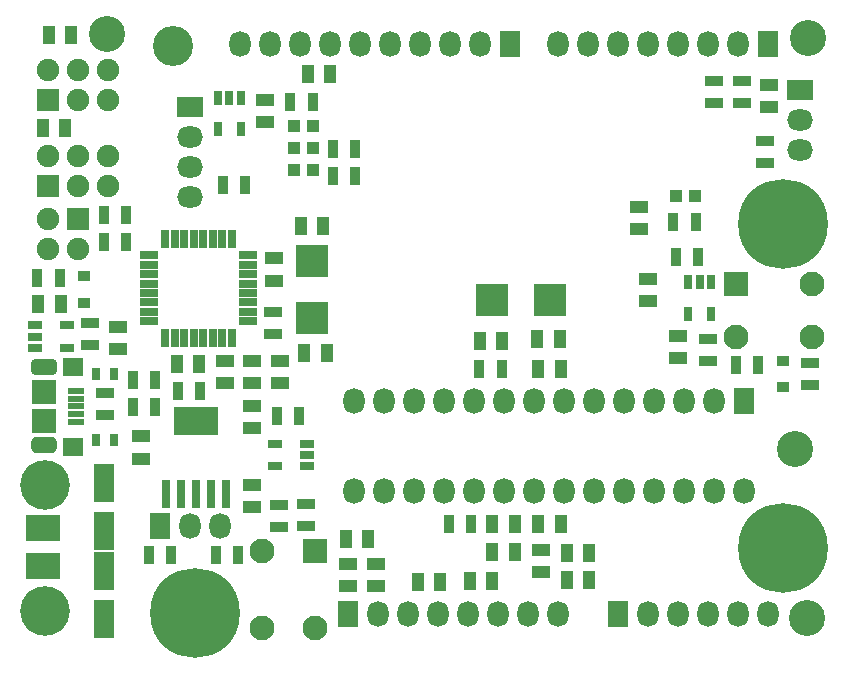
<source format=gts>
G04*
G04 #@! TF.GenerationSoftware,Altium Limited,Altium Designer,22.5.1 (42)*
G04*
G04 Layer_Color=8388736*
%FSLAX44Y44*%
%MOMM*%
G71*
G04*
G04 #@! TF.SameCoordinates,41AE30FE-043A-47DD-A292-25B9FDFD75C8*
G04*
G04*
G04 #@! TF.FilePolarity,Negative*
G04*
G01*
G75*
%ADD21R,1.9000X1.9000*%
%ADD35R,1.6200X0.6700*%
%ADD36R,0.6700X1.6200*%
%ADD37R,0.7500X1.2000*%
%ADD38R,1.2000X0.7500*%
%ADD39R,3.7000X2.4000*%
%ADD40R,0.8000X2.4000*%
%ADD41R,2.1000X2.1000*%
%ADD42R,1.8000X1.6000*%
%ADD43R,1.4500X0.5000*%
%ADD44R,1.8000X3.2000*%
%ADD45R,2.8000X2.7000*%
%ADD46R,2.7000X2.8000*%
%ADD47R,1.1000X1.5000*%
%ADD48R,1.5000X1.1000*%
%ADD49C,3.0480*%
%ADD50R,1.0382X0.8350*%
%ADD51R,2.9000X2.2000*%
%ADD52R,0.9000X1.5000*%
%ADD53R,1.5000X0.9000*%
%ADD54R,1.0000X1.0000*%
%ADD55R,0.8000X1.1000*%
%ADD56C,4.2000*%
%ADD57C,3.4000*%
%ADD58R,1.8000X2.2000*%
%ADD59O,1.8000X2.2000*%
%ADD60O,2.2000X1.8000*%
%ADD61R,2.2000X1.8000*%
%ADD62C,1.9000*%
%ADD63C,2.1000*%
%ADD64R,2.1000X2.1000*%
%ADD65C,7.6000*%
G04:AMPARAMS|DCode=66|XSize=2.2mm|YSize=1.4mm|CornerRadius=0.4mm|HoleSize=0mm|Usage=FLASHONLY|Rotation=0.000|XOffset=0mm|YOffset=0mm|HoleType=Round|Shape=RoundedRectangle|*
%AMROUNDEDRECTD66*
21,1,2.2000,0.6000,0,0,0.0*
21,1,1.4000,1.4000,0,0,0.0*
1,1,0.8000,0.7000,-0.3000*
1,1,0.8000,-0.7000,-0.3000*
1,1,0.8000,-0.7000,0.3000*
1,1,0.8000,0.7000,0.3000*
%
%ADD66ROUNDEDRECTD66*%
G04:AMPARAMS|DCode=67|XSize=2.2mm|YSize=1.4mm|CornerRadius=0.46mm|HoleSize=0mm|Usage=FLASHONLY|Rotation=0.000|XOffset=0mm|YOffset=0mm|HoleType=Round|Shape=RoundedRectangle|*
%AMROUNDEDRECTD67*
21,1,2.2000,0.4800,0,0,0.0*
21,1,1.2800,1.4000,0,0,0.0*
1,1,0.9200,0.6400,-0.2400*
1,1,0.9200,-0.6400,-0.2400*
1,1,0.9200,-0.6400,0.2400*
1,1,0.9200,0.6400,0.2400*
%
%ADD67ROUNDEDRECTD67*%
D21*
X25400Y460300D02*
D03*
Y387300D02*
D03*
X50800Y360000D02*
D03*
D35*
X194860Y272998D02*
D03*
Y280998D02*
D03*
Y288998D02*
D03*
Y296998D02*
D03*
Y304998D02*
D03*
Y312998D02*
D03*
Y320998D02*
D03*
Y328998D02*
D03*
X110860D02*
D03*
Y320998D02*
D03*
Y312998D02*
D03*
Y304998D02*
D03*
Y296998D02*
D03*
Y288998D02*
D03*
Y280998D02*
D03*
Y272998D02*
D03*
D36*
X180860Y342998D02*
D03*
X172860D02*
D03*
X164860D02*
D03*
X156860D02*
D03*
X148860D02*
D03*
X140860D02*
D03*
X132860D02*
D03*
X124860D02*
D03*
Y258998D02*
D03*
X132860D02*
D03*
X140860D02*
D03*
X148860D02*
D03*
X156860D02*
D03*
X164860D02*
D03*
X172860D02*
D03*
X180860D02*
D03*
D37*
X188500Y462500D02*
D03*
X179000D02*
D03*
X169500D02*
D03*
X188500Y435500D02*
D03*
X169500D02*
D03*
X586500Y306500D02*
D03*
X577000D02*
D03*
X567500D02*
D03*
X586500Y279500D02*
D03*
X567500D02*
D03*
D38*
X14500Y269500D02*
D03*
Y260000D02*
D03*
Y250500D02*
D03*
X41500Y269500D02*
D03*
Y250500D02*
D03*
X244640Y150520D02*
D03*
Y160020D02*
D03*
Y169520D02*
D03*
X217640Y150520D02*
D03*
Y169520D02*
D03*
D39*
X151000Y189000D02*
D03*
D40*
X176400Y127000D02*
D03*
X163700D02*
D03*
X151000D02*
D03*
X138300D02*
D03*
X125600D02*
D03*
D41*
X21995Y189000D02*
D03*
Y213000D02*
D03*
X607580Y304440D02*
D03*
D42*
X46495Y234000D02*
D03*
Y167000D02*
D03*
D43*
X48745Y188000D02*
D03*
Y194500D02*
D03*
Y214000D02*
D03*
Y207500D02*
D03*
Y201000D02*
D03*
D44*
X73000Y95500D02*
D03*
Y136500D02*
D03*
Y62000D02*
D03*
Y21000D02*
D03*
D45*
X249000Y324500D02*
D03*
Y275500D02*
D03*
D46*
X401500Y291000D02*
D03*
X450500D02*
D03*
D47*
X258500Y354000D02*
D03*
X239500D02*
D03*
X261500Y246000D02*
D03*
X242500D02*
D03*
X153500Y237000D02*
D03*
X134500D02*
D03*
X391000Y256000D02*
D03*
X410000D02*
D03*
X439500Y258000D02*
D03*
X458500D02*
D03*
X464500Y54000D02*
D03*
X483500D02*
D03*
X45060Y515620D02*
D03*
X26060D02*
D03*
X39980Y436880D02*
D03*
X20980D02*
D03*
X264160Y482600D02*
D03*
X245160D02*
D03*
X401500Y53000D02*
D03*
X382500D02*
D03*
X338500Y52000D02*
D03*
X357500D02*
D03*
X401500Y78000D02*
D03*
X420500D02*
D03*
X401500Y101000D02*
D03*
X420500D02*
D03*
X459500D02*
D03*
X440500D02*
D03*
X464500Y77000D02*
D03*
X483500D02*
D03*
X440500Y233000D02*
D03*
X459500D02*
D03*
X36000Y288000D02*
D03*
X17000D02*
D03*
X296520Y88900D02*
D03*
X277520D02*
D03*
D48*
X443000Y60500D02*
D03*
Y79500D02*
D03*
X198000Y182500D02*
D03*
Y201500D02*
D03*
X222000Y220500D02*
D03*
Y239500D02*
D03*
X198000Y220500D02*
D03*
Y239500D02*
D03*
X217000Y307500D02*
D03*
Y326500D02*
D03*
X209000Y460500D02*
D03*
Y441500D02*
D03*
X636000Y454500D02*
D03*
Y473500D02*
D03*
X175000Y220500D02*
D03*
Y239500D02*
D03*
X104000Y175500D02*
D03*
Y156500D02*
D03*
X198000Y115500D02*
D03*
Y134500D02*
D03*
X303000Y67500D02*
D03*
Y48500D02*
D03*
X525780Y370180D02*
D03*
Y351180D02*
D03*
X533400Y309220D02*
D03*
Y290220D02*
D03*
X85000Y249500D02*
D03*
Y268500D02*
D03*
X558800Y260960D02*
D03*
Y241960D02*
D03*
X279000Y48500D02*
D03*
Y67500D02*
D03*
D49*
X668000Y22000D02*
D03*
X669000Y513000D02*
D03*
X75000Y516000D02*
D03*
X657860Y165100D02*
D03*
D50*
X647700Y239751D02*
D03*
Y217449D02*
D03*
X56000Y311151D02*
D03*
Y288849D02*
D03*
D51*
X21000Y66000D02*
D03*
Y98000D02*
D03*
D52*
X266500Y419000D02*
D03*
X285500D02*
D03*
X266500Y396000D02*
D03*
X285500D02*
D03*
X173380Y388620D02*
D03*
X192380D02*
D03*
X110500Y75000D02*
D03*
X129500D02*
D03*
X167500D02*
D03*
X186500D02*
D03*
X91500Y363000D02*
D03*
X72500D02*
D03*
X154500Y214000D02*
D03*
X135500D02*
D03*
X249500Y459000D02*
D03*
X230500D02*
D03*
X573640Y356840D02*
D03*
X554640D02*
D03*
X97180Y223520D02*
D03*
X116180D02*
D03*
X97180Y200660D02*
D03*
X116180D02*
D03*
X383500Y101000D02*
D03*
X364500D02*
D03*
X409500Y233000D02*
D03*
X390500D02*
D03*
X607720Y236220D02*
D03*
X626720D02*
D03*
X575920Y327660D02*
D03*
X556920D02*
D03*
X72500Y340000D02*
D03*
X91500D02*
D03*
X35500Y310000D02*
D03*
X16500D02*
D03*
X219100Y193040D02*
D03*
X238100D02*
D03*
D53*
X60960Y252780D02*
D03*
Y271780D02*
D03*
X73660Y193700D02*
D03*
Y212700D02*
D03*
X215900Y262280D02*
D03*
Y281280D02*
D03*
X613000Y457500D02*
D03*
Y476500D02*
D03*
X589000Y457500D02*
D03*
Y476500D02*
D03*
X632460Y407060D02*
D03*
Y426060D02*
D03*
X670560Y219100D02*
D03*
Y238100D02*
D03*
X584200Y258420D02*
D03*
Y239420D02*
D03*
X221000Y98500D02*
D03*
Y117500D02*
D03*
X243840Y99720D02*
D03*
Y118720D02*
D03*
D54*
X234000Y420000D02*
D03*
X250000D02*
D03*
X234000Y401000D02*
D03*
X250000D02*
D03*
X234000Y438000D02*
D03*
X250000D02*
D03*
X557140Y378840D02*
D03*
X573140D02*
D03*
D55*
X81160Y172720D02*
D03*
X66160D02*
D03*
X81160Y228600D02*
D03*
X66160D02*
D03*
D56*
X22860Y134620D02*
D03*
Y27940D02*
D03*
D57*
X131000Y506000D02*
D03*
D58*
X416560Y508000D02*
D03*
X279400Y25400D02*
D03*
X635000Y508000D02*
D03*
X120600Y100000D02*
D03*
X508000Y25400D02*
D03*
X614680Y205740D02*
D03*
D59*
X391160Y508000D02*
D03*
X365760D02*
D03*
X340360D02*
D03*
X314960D02*
D03*
X289560D02*
D03*
X264160D02*
D03*
X238760D02*
D03*
X213360D02*
D03*
X187960D02*
D03*
X457200Y25400D02*
D03*
X431800D02*
D03*
X406400D02*
D03*
X381000D02*
D03*
X355600D02*
D03*
X330200D02*
D03*
X304800D02*
D03*
X457200Y508000D02*
D03*
X482600D02*
D03*
X508000D02*
D03*
X533400D02*
D03*
X558800D02*
D03*
X584200D02*
D03*
X609600D02*
D03*
X146000Y100000D02*
D03*
X171400D02*
D03*
X533400Y25400D02*
D03*
X558800D02*
D03*
X584200D02*
D03*
X609600D02*
D03*
X635000D02*
D03*
X284480Y129540D02*
D03*
X309880D02*
D03*
X335280D02*
D03*
X360680D02*
D03*
X386080D02*
D03*
X411480D02*
D03*
X436880D02*
D03*
X487680D02*
D03*
X513080D02*
D03*
X538480D02*
D03*
X563880D02*
D03*
X589280D02*
D03*
X614680D02*
D03*
X284480Y205740D02*
D03*
X309880D02*
D03*
X335280D02*
D03*
X360680D02*
D03*
X386080D02*
D03*
X411480D02*
D03*
X462280D02*
D03*
X487680D02*
D03*
X513080D02*
D03*
X538480D02*
D03*
X563880D02*
D03*
X589280D02*
D03*
X462280Y129540D02*
D03*
X436880Y205740D02*
D03*
D60*
X146000Y377900D02*
D03*
Y403300D02*
D03*
Y428700D02*
D03*
X662000Y443600D02*
D03*
Y418200D02*
D03*
D61*
X146000Y454100D02*
D03*
X662000Y469000D02*
D03*
D62*
X50800Y460300D02*
D03*
X76200D02*
D03*
X25400Y485700D02*
D03*
X50800D02*
D03*
X76200D02*
D03*
X50800Y387300D02*
D03*
X76200D02*
D03*
X25400Y412700D02*
D03*
X50800D02*
D03*
X76200D02*
D03*
X25400Y334600D02*
D03*
X50800D02*
D03*
X25400Y360000D02*
D03*
D63*
X607580Y259440D02*
D03*
X672580D02*
D03*
Y304440D02*
D03*
X206500Y78500D02*
D03*
Y13500D02*
D03*
X251500D02*
D03*
D64*
Y78500D02*
D03*
D65*
X150000Y26000D02*
D03*
X648000Y81000D02*
D03*
Y355600D02*
D03*
D66*
X21995Y234000D02*
D03*
D67*
Y168000D02*
D03*
M02*

</source>
